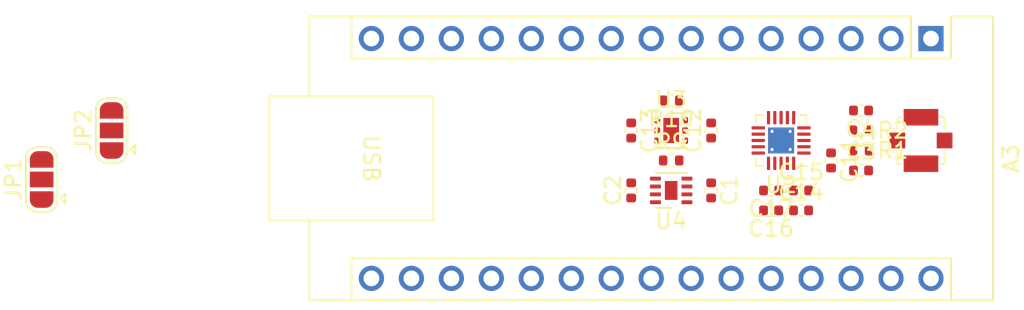
<source format=kicad_pcb>
(kicad_pcb (version 20221018) (generator pcbnew)
  (title_block (title "SparkfunMCP3x6x Breakout") (date "2023-10-10") (company "Stefan Herold") (comment 1 "https://github.com/nerdyscout/Arduino_MCP3x6x_Library/pcb/Sparkfun") (comment 2 "ProMicro") (comment 4 "CERN-OHL-S-2.0"))
  (layers (0 "F.Cu" signal) (31 "B.Cu" signal) (34 "B.Paste" user) (35 "F.Paste" user) (36 "B.SilkS" user "B.Silkscreen") (37 "F.SilkS" user "F.Silkscreen") (38 "B.Mask" user) (39 "F.Mask" user) (44 "Edge.Cuts" user))
  (net 0 "")
  (net 1 "VDD")
  (net 2 "+5V")
  (net 3 "GNDD")
  (net 4 "/MCLK")
  (net 5 "/IRQ")
  (net 6 "/SS")
  (net 7 "/MOSI")
  (net 8 "/MISO")
  (net 9 "/SCK")
  (net 10 "VDDA")
  (net 11 "GNDA")
  (net 18 "Net-(U2-CH0)")
  (net 25 "Net-(U2-VREF+)")
  (net 26 "Net-(U2-CH1)")
  (net 27 "Net-(J1-Pin_1)")
  (net 28 "Net-(J1-Pin_2)")
  (net 36 "Net-(A3-D8{slash}A8)")
  (net 37 "Net-(A3-D9{slash}A9)")
  (net 38 "Net-(A3-D5)")
  (net 39 "Net-(A3-D7)")
  (footprint "Resistor_SMD:R_0402_1005Metric" (layer "F.Cu") (at 145.415 93.345 180)
    (fp_text reference "R1" (at -2.03 0) (layer "F.SilkS"))
    (fp_text value "1k")
    (fp_line (start -0.153641 -0.38) (end 0.153641 -0.38) (stroke (width 0.12)) (layer "F.SilkS"))
    (fp_line (start -0.153641 0.38) (end 0.153641 0.38) (stroke (width 0.12)) (layer "F.SilkS"))
    (pad "1" smd roundrect (at -0.51 0 180) (size 0.54 0.64) (layers "F.Cu" "F.Paste" "F.Mask") (net 27 "Net-(J1-Pin_1)"))
    (pad "2" smd roundrect (at 0.51 0 180) (size 0.54 0.64) (layers "F.Cu" "F.Paste" "F.Mask") (net 18 "Net-(U2-CH0)"))
  )
  (footprint "Capacitor_SMD:C_0402_1005Metric" (layer "F.Cu") (at 135.89 95.885 -90)
    (fp_text reference "C1" (at 0 -1.16 90) (layer "F.SilkS"))
    (fp_text value "100n")
    (fp_line (start -0.107836 -0.36) (end 0.107836 -0.36) (stroke (width 0.12)) (layer "F.SilkS"))
    (fp_line (start -0.107836 0.36) (end 0.107836 0.36) (stroke (width 0.12)) (layer "F.SilkS"))
    (pad "1" smd roundrect (at -0.48 0 270) (size 0.56 0.62) (layers "F.Cu" "F.Paste" "F.Mask") (net 10 "VDDA"))
    (pad "2" smd roundrect (at 0.48 0 270) (size 0.56 0.62) (layers "F.Cu" "F.Paste" "F.Mask") (net 11 "GNDA"))
  )
  (footprint "Jumper:SolderJumper-3_P1.3mm_Open_RoundedPad1.0x1.5mm" (layer "F.Cu") (at 93.345 95.19 90)
    (fp_text reference "JP1" (at 0 -1.8 90) (layer "F.SilkS"))
    (fp_text value "SolderJumper_3_Open")
    (fp_line (start -2.05 0.3) (end -2.05 -0.3) (stroke (width 0.12)) (layer "F.SilkS"))
    (fp_line (start -1.5 1.5) (end -0.9 1.5) (stroke (width 0.12)) (layer "F.SilkS"))
    (fp_line (start -1.4 -1) (end 1.4 -1) (stroke (width 0.12)) (layer "F.SilkS"))
    (fp_line (start -1.2 1.2) (end -1.5 1.5) (stroke (width 0.12)) (layer "F.SilkS"))
    (fp_line (start -1.2 1.2) (end -0.9 1.5) (stroke (width 0.12)) (layer "F.SilkS"))
    (fp_line (start 1.4 1) (end -1.4 1) (stroke (width 0.12)) (layer "F.SilkS"))
    (fp_line (start 2.05 -0.3) (end 2.05 0.3) (stroke (width 0.12)) (layer "F.SilkS"))
    (fp_arc (start -2.05 -0.3) (mid -1.844975 -0.794975) (end -1.35 -1) (stroke (width 0.12)) (layer "F.SilkS"))
    (fp_arc (start -1.35 1) (mid -1.844975 0.794975) (end -2.05 0.3) (stroke (width 0.12)) (layer "F.SilkS"))
    (fp_arc (start 1.35 -1) (mid 1.844975 -0.794975) (end 2.05 -0.3) (stroke (width 0.12)) (layer "F.SilkS"))
    (fp_arc (start 2.05 0.3) (mid 1.844975 0.794975) (end 1.35 1) (stroke (width 0.12)) (layer "F.SilkS"))
    (pad "1" smd custom (at -1.3 0 90) (size 1 0.5) (layers "F.Cu" "F.Mask") (net 36 "Net-(A3-D8{slash}A8)") (options (clearance outline) (anchor rect)) (primitives (gr_circle (center 0 0.25) (end 0.5 0.25) (width 0) (fill yes)) (gr_circle (center 0 -0.25) (end 0.5 -0.25) (width 0) (fill yes)) (gr_poly (pts (xy 0.55 0.75) (xy 0 0.75) (xy 0 -0.75) (xy 0.55 -0.75)) (width 0) (fill yes))))
    (pad "2" smd rect (at 0 0 90) (size 1 1.5) (layers "F.Cu" "F.Mask") (net 4 "/MCLK"))
    (pad "3" smd custom (at 1.3 0 90) (size 1 0.5) (layers "F.Cu" "F.Mask") (net 37 "Net-(A3-D9{slash}A9)") (options (clearance outline) (anchor rect)) (primitives (gr_circle (center 0 0.25) (end 0.5 0.25) (width 0) (fill yes)) (gr_circle (center 0 -0.25) (end 0.5 -0.25) (width 0) (fill yes)) (gr_poly (pts (xy 0 0.75) (xy -0.55 0.75) (xy -0.55 -0.75) (xy 0 -0.75)) (width 0) (fill yes))))
  )
  (footprint "Connector_Coaxial:U.FL_Molex_MCRF_73412-0110_Vertical" (layer "F.Cu") (at 149.225 92.71 -90)
    (fp_text reference "J1" (at 0 3.5 90) (layer "F.SilkS"))
    (fp_text value "Conn_01x02")
    (fp_line (start -1.5 -1.5) (end -0.7 -1.5) (stroke (width 0.12)) (layer "F.SilkS"))
    (fp_line (start -1.5 -1.3) (end -1.5 -1.5) (stroke (width 0.12)) (layer "F.SilkS"))
    (fp_line (start -1.3 1.5) (end -1.5 1.3) (stroke (width 0.12)) (layer "F.SilkS"))
    (fp_line (start -0.7 1.5) (end -1.3 1.5) (stroke (width 0.12)) (layer "F.SilkS"))
    (fp_line (start -0.7 1.5) (end -0.7 2) (stroke (width 0.12)) (layer "F.SilkS"))
    (fp_line (start 0.7 -1.5) (end 1.5 -1.5) (stroke (width 0.12)) (layer "F.SilkS"))
    (fp_line (start 0.7 1.5) (end 0.7 2) (stroke (width 0.12)) (layer "F.SilkS"))
    (fp_line (start 1.5 -1.5) (end 1.5 -1.3) (stroke (width 0.12)) (layer "F.SilkS"))
    (fp_line (start 1.5 1.3) (end 1.5 1.5) (stroke (width 0.12)) (layer "F.SilkS"))
    (fp_line (start 1.5 1.5) (end 0.7 1.5) (stroke (width 0.12)) (layer "F.SilkS"))
    (pad "1" smd rect (at 0 1.5 270) (size 1 1) (layers "F.Cu" "F.Paste" "F.Mask") (net 27 "Net-(J1-Pin_1)"))
    (pad "2" smd rect (at -1.475 0 270) (size 1.05 2.2) (layers "F.Cu" "F.Paste" "F.Mask") (net 28 "Net-(J1-Pin_2)"))
    (pad "2" smd rect (at 0 -1.5 270) (size 1 1) (layers "F.Cu" "F.Paste" "F.Mask") (net 28 "Net-(J1-Pin_2)"))
    (pad "2" smd rect (at 1.475 0 270) (size 1.05 2.2) (layers "F.Cu" "F.Paste" "F.Mask") (net 28 "Net-(J1-Pin_2)"))
  )
  (footprint "Capacitor_SMD:C_0402_1005Metric" (layer "F.Cu") (at 145.415 94.615)
    (fp_text reference "C3" (at 0 -1.16) (layer "F.SilkS"))
    (fp_text value "10p")
    (fp_line (start -0.107836 -0.36) (end 0.107836 -0.36) (stroke (width 0.12)) (layer "F.SilkS"))
    (fp_line (start -0.107836 0.36) (end 0.107836 0.36) (stroke (width 0.12)) (layer "F.SilkS"))
    (pad "1" smd roundrect (at -0.48 0) (size 0.56 0.62) (layers "F.Cu" "F.Paste" "F.Mask") (net 18 "Net-(U2-CH0)"))
    (pad "2" smd roundrect (at 0.48 0) (size 0.56 0.62) (layers "F.Cu" "F.Paste" "F.Mask") (net 11 "GNDA"))
  )
  (footprint "Capacitor_SMD:C_0402_1005Metric" (layer "F.Cu") (at 141.605 95.885)
    (fp_text reference "C15" (at 0 -1.16) (layer "F.SilkS"))
    (fp_text value "1n")
    (fp_line (start -0.107836 -0.36) (end 0.107836 -0.36) (stroke (width 0.12)) (layer "F.SilkS"))
    (fp_line (start -0.107836 0.36) (end 0.107836 0.36) (stroke (width 0.12)) (layer "F.SilkS"))
    (pad "1" smd roundrect (at -0.48 0) (size 0.56 0.62) (layers "F.Cu" "F.Paste" "F.Mask") (net 10 "VDDA"))
    (pad "2" smd roundrect (at 0.48 0) (size 0.56 0.62) (layers "F.Cu" "F.Paste" "F.Mask") (net 11 "GNDA"))
  )
  (footprint "Resistor_SMD:R_0402_1005Metric" (layer "F.Cu") (at 133.35 93.98)
    (fp_text reference "R9" (at 0 -1.17) (layer "F.SilkS"))
    (fp_text value "0")
    (fp_line (start -0.153641 -0.38) (end 0.153641 -0.38) (stroke (width 0.12)) (layer "F.SilkS"))
    (fp_line (start -0.153641 0.38) (end 0.153641 0.38) (stroke (width 0.12)) (layer "F.SilkS"))
    (pad "1" smd roundrect (at -0.51 0) (size 0.54 0.64) (layers "F.Cu" "F.Paste" "F.Mask") (net 3 "GNDD"))
    (pad "2" smd roundrect (at 0.51 0) (size 0.54 0.64) (layers "F.Cu" "F.Paste" "F.Mask") (net 11 "GNDA"))
  )
  (footprint "Capacitor_SMD:C_0402_1005Metric" (layer "F.Cu") (at 141.605 97.155)
    (fp_text reference "C14" (at 0 -1.16) (layer "F.SilkS"))
    (fp_text value "100n")
    (fp_line (start -0.107836 -0.36) (end 0.107836 -0.36) (stroke (width 0.12)) (layer "F.SilkS"))
    (fp_line (start -0.107836 0.36) (end 0.107836 0.36) (stroke (width 0.12)) (layer "F.SilkS"))
    (pad "1" smd roundrect (at -0.48 0) (size 0.56 0.62) (layers "F.Cu" "F.Paste" "F.Mask") (net 10 "VDDA"))
    (pad "2" smd roundrect (at 0.48 0) (size 0.56 0.62) (layers "F.Cu" "F.Paste" "F.Mask") (net 11 "GNDA"))
  )
  (footprint "Package_DFN_QFN:WDFN-8-1EP_2x2mm_P0.5mm_EP0.8x1.2mm" (layer "F.Cu") (at 133.35 95.885 180)
    (fp_text reference "U4" (at 0 -1.95) (layer "F.SilkS"))
    (fp_text value "MCP1501-33xRW")
    (fp_line (start -1 1.11) (end 1 1.11) (stroke (width 0.12)) (layer "F.SilkS"))
    (fp_line (start 0 -1.11) (end 1 -1.11) (stroke (width 0.12)) (layer "F.SilkS"))
    (pad "1" smd roundrect (at -1 -0.75 180) (size 0.7 0.25) (layers "F.Cu" "F.Paste" "F.Mask") (net 10 "VDDA"))
    (pad "2" smd roundrect (at -1 -0.25 180) (size 0.7 0.25) (layers "F.Cu" "F.Paste" "F.Mask") (net 11 "GNDA"))
    (pad "3" smd roundrect (at -1 0.25 180) (size 0.7 0.25) (layers "F.Cu" "F.Paste" "F.Mask") (net 10 "VDDA"))
    (pad "4" smd roundrect (at -1 0.75 180) (size 0.7 0.25) (layers "F.Cu" "F.Paste" "F.Mask") (net 11 "GNDA"))
    (pad "5" smd roundrect (at 1 0.75 180) (size 0.7 0.25) (layers "F.Cu" "F.Paste" "F.Mask") (net 11 "GNDA"))
    (pad "6" smd roundrect (at 1 0.25 180) (size 0.7 0.25) (layers "F.Cu" "F.Paste" "F.Mask") (net 11 "GNDA"))
    (pad "7" smd roundrect (at 1 -0.25 180) (size 0.7 0.25) (layers "F.Cu" "F.Paste" "F.Mask") (net 25 "Net-(U2-VREF+)"))
    (pad "8" smd roundrect (at 1 -0.75 180) (size 0.7 0.25) (layers "F.Cu" "F.Paste" "F.Mask") (net 25 "Net-(U2-VREF+)"))
    (pad "9" smd rect (at 0 0 180) (size 0.8 1.2) (layers "F.Cu" "F.Mask"))
  )
  (footprint "Resistor_SMD:R_0402_1005Metric" (layer "F.Cu") (at 145.415 92.075 180)
    (fp_text reference "R2" (at -2.03 0) (layer "F.SilkS"))
    (fp_text value "1k")
    (fp_line (start -0.153641 -0.38) (end 0.153641 -0.38) (stroke (width 0.12)) (layer "F.SilkS"))
    (fp_line (start -0.153641 0.38) (end 0.153641 0.38) (stroke (width 0.12)) (layer "F.SilkS"))
    (pad "1" smd roundrect (at -0.51 0 180) (size 0.54 0.64) (layers "F.Cu" "F.Paste" "F.Mask") (net 28 "Net-(J1-Pin_2)"))
    (pad "2" smd roundrect (at 0.51 0 180) (size 0.54 0.64) (layers "F.Cu" "F.Paste" "F.Mask") (net 26 "Net-(U2-CH1)"))
  )
  (footprint "Resistor_SMD:R_0402_1005Metric" (layer "F.Cu") (at 133.35 90.17 180)
    (fp_text reference "R10" (at 0 -1.17) (layer "F.SilkS"))
    (fp_text value "DNP")
    (fp_line (start -0.153641 -0.38) (end 0.153641 -0.38) (stroke (width 0.12)) (layer "F.SilkS"))
    (fp_line (start -0.153641 0.38) (end 0.153641 0.38) (stroke (width 0.12)) (layer "F.SilkS"))
    (pad "1" smd roundrect (at -0.51 0 180) (size 0.54 0.64) (layers "F.Cu" "F.Paste" "F.Mask") (net 2 "+5V"))
    (pad "2" smd roundrect (at 0.51 0 180) (size 0.54 0.64) (layers "F.Cu" "F.Paste" "F.Mask") (net 10 "VDDA"))
  )
  (footprint "Capacitor_SMD:C_0402_1005Metric" (layer "F.Cu") (at 130.81 95.885 90)
    (fp_text reference "C2" (at 0 -1.16 90) (layer "F.SilkS"))
    (fp_text value "100n")
    (fp_line (start -0.107836 -0.36) (end 0.107836 -0.36) (stroke (width 0.12)) (layer "F.SilkS"))
    (fp_line (start -0.107836 0.36) (end 0.107836 0.36) (stroke (width 0.12)) (layer "F.SilkS"))
    (pad "1" smd roundrect (at -0.48 0 90) (size 0.56 0.62) (layers "F.Cu" "F.Paste" "F.Mask") (net 25 "Net-(U2-VREF+)"))
    (pad "2" smd roundrect (at 0.48 0 90) (size 0.56 0.62) (layers "F.Cu" "F.Paste" "F.Mask") (net 11 "GNDA"))
  )
  (footprint "Capacitor_SMD:C_0402_1005Metric" (layer "F.Cu") (at 139.7 95.885 180)
    (fp_text reference "C17" (at 0 -1.16 180) (layer "F.SilkS"))
    (fp_text value "1n")
    (fp_line (start -0.107836 -0.36) (end 0.107836 -0.36) (stroke (width 0.12)) (layer "F.SilkS"))
    (fp_line (start -0.107836 0.36) (end 0.107836 0.36) (stroke (width 0.12)) (layer "F.SilkS"))
    (pad "1" smd roundrect (at -0.48 0 180) (size 0.56 0.62) (layers "F.Cu" "F.Paste" "F.Mask") (net 1 "VDD"))
    (pad "2" smd roundrect (at 0.48 0 180) (size 0.56 0.62) (layers "F.Cu" "F.Paste" "F.Mask") (net 3 "GNDD"))
  )
  (footprint "Capacitor_SMD:C_0402_1005Metric" (layer "F.Cu") (at 139.7 97.155 180)
    (fp_text reference "C16" (at 0 -1.16 180) (layer "F.SilkS"))
    (fp_text value "100n")
    (fp_line (start -0.107836 -0.36) (end 0.107836 -0.36) (stroke (width 0.12)) (layer "F.SilkS"))
    (fp_line (start -0.107836 0.36) (end 0.107836 0.36) (stroke (width 0.12)) (layer "F.SilkS"))
    (pad "1" smd roundrect (at -0.48 0 180) (size 0.56 0.62) (layers "F.Cu" "F.Paste" "F.Mask") (net 1 "VDD"))
    (pad "2" smd roundrect (at 0.48 0 180) (size 0.56 0.62) (layers "F.Cu" "F.Paste" "F.Mask") (net 3 "GNDD"))
  )
  (footprint "Capacitor_SMD:C_0402_1005Metric" (layer "F.Cu") (at 145.415 90.805 180)
    (fp_text reference "C4" (at 0 -1.16) (layer "F.SilkS"))
    (fp_text value "10p")
    (fp_line (start -0.107836 -0.36) (end 0.107836 -0.36) (stroke (width 0.12)) (layer "F.SilkS"))
    (fp_line (start -0.107836 0.36) (end 0.107836 0.36) (stroke (width 0.12)) (layer "F.SilkS"))
    (pad "1" smd roundrect (at -0.48 0 180) (size 0.56 0.62) (layers "F.Cu" "F.Paste" "F.Mask") (net 11 "GNDA"))
    (pad "2" smd roundrect (at 0.48 0 180) (size 0.56 0.62) (layers "F.Cu" "F.Paste" "F.Mask") (net 26 "Net-(U2-CH1)"))
  )
  (footprint "Package_DFN_QFN:QFN-20-1EP_3x3mm_P0.4mm_EP1.65x1.65mm_ThermalVias" (layer "F.Cu") (at 140.335 92.71 180)
    (fp_text reference "U2" (at 0 -2.82) (layer "F.SilkS"))
    (fp_text value "MCP3x61/NC")
    (fp_line (start -1.61 1.61) (end -1.61 1.16) (stroke (width 0.12)) (layer "F.SilkS"))
    (fp_line (start -1.16 -1.61) (end -1.61 -1.61) (stroke (width 0.12)) (layer "F.SilkS"))
    (fp_line (start -1.16 1.61) (end -1.61 1.61) (stroke (width 0.12)) (layer "F.SilkS"))
    (fp_line (start 1.16 -1.61) (end 1.61 -1.61) (stroke (width 0.12)) (layer "F.SilkS"))
    (fp_line (start 1.16 1.61) (end 1.61 1.61) (stroke (width 0.12)) (layer "F.SilkS"))
    (fp_line (start 1.61 -1.61) (end 1.61 -1.16) (stroke (width 0.12)) (layer "F.SilkS"))
    (fp_line (start 1.61 1.61) (end 1.61 1.16) (stroke (width 0.12)) (layer "F.SilkS"))
    (pad "1" smd roundrect (at -1.45 -0.8 180) (size 0.85 0.2) (layers "F.Cu" "F.Paste" "F.Mask") (net 11 "GNDA"))
    (pad "2" smd roundrect (at -1.45 -0.4 180) (size 0.85 0.2) (layers "F.Cu" "F.Paste" "F.Mask") (net 25 "Net-(U2-VREF+)"))
    (pad "3" smd roundrect (at -1.45 0 180) (size 0.85 0.2) (layers "F.Cu" "F.Paste" "F.Mask") (net 18 "Net-(U2-CH0)"))
    (pad "4" smd roundrect (at -1.45 0.4 180) (size 0.85 0.2) (layers "F.Cu" "F.Paste" "F.Mask") (net 26 "Net-(U2-CH1)"))
    (pad "5" smd roundrect (at -1.45 0.8 180) (size 0.85 0.2) (layers "F.Cu" "F.Paste" "F.Mask"))
    (pad "6" smd roundrect (at -0.8 1.45 180) (size 0.2 0.85) (layers "F.Cu" "F.Paste" "F.Mask"))
    (pad "7" smd roundrect (at -0.4 1.45 180) (size 0.2 0.85) (layers "F.Cu" "F.Paste" "F.Mask"))
    (pad "8" smd roundrect (at 0 1.45 180) (size 0.2 0.85) (layers "F.Cu" "F.Paste" "F.Mask"))
    (pad "9" smd roundrect (at 0.4 1.45 180) (size 0.2 0.85) (layers "F.Cu" "F.Paste" "F.Mask"))
    (pad "10" smd roundrect (at 0.8 1.45 180) (size 0.2 0.85) (layers "F.Cu" "F.Paste" "F.Mask"))
    (pad "11" smd roundrect (at 1.45 0.8 180) (size 0.85 0.2) (layers "F.Cu" "F.Paste" "F.Mask") (net 6 "/SS"))
    (pad "12" smd roundrect (at 1.45 0.4 180) (size 0.85 0.2) (layers "F.Cu" "F.Paste" "F.Mask") (net 9 "/SCK"))
    (pad "13" smd roundrect (at 1.45 0 180) (size 0.85 0.2) (layers "F.Cu" "F.Paste" "F.Mask") (net 7 "/MOSI"))
    (pad "14" smd roundrect (at 1.45 -0.4 180) (size 0.85 0.2) (layers "F.Cu" "F.Paste" "F.Mask") (net 8 "/MISO"))
    (pad "15" smd roundrect (at 1.45 -0.8 180) (size 0.85 0.2) (layers "F.Cu" "F.Paste" "F.Mask") (net 5 "/IRQ"))
    (pad "16" smd roundrect (at 0.8 -1.45 180) (size 0.2 0.85) (layers "F.Cu" "F.Paste" "F.Mask") (net 4 "/MCLK"))
    (pad "17" smd roundrect (at 0.4 -1.45 180) (size 0.2 0.85) (layers "F.Cu" "F.Paste" "F.Mask") (net 3 "GNDD"))
    (pad "18" smd roundrect (at 0 -1.45 180) (size 0.2 0.85) (layers "F.Cu" "F.Paste" "F.Mask") (net 1 "VDD"))
    (pad "19" smd roundrect (at -0.4 -1.45 180) (size 0.2 0.85) (layers "F.Cu" "F.Paste" "F.Mask") (net 10 "VDDA"))
    (pad "20" smd roundrect (at -0.8 -1.45 180) (size 0.2 0.85) (layers "F.Cu" "F.Paste" "F.Mask") (net 11 "GNDA"))
    (pad "21" thru_hole circle (at -0.575 -0.575 180) (size 0.5 0.5) (drill 0.2) (layers "*.Cu"))
    (pad "21" thru_hole circle (at -0.575 0.575 180) (size 0.5 0.5) (drill 0.2) (layers "*.Cu"))
    (pad "21" smd rect (at 0 0 180) (size 1.65 1.65) (layers "F.Cu" "F.Mask"))
    (pad "21" smd rect (at 0 0 180) (size 1.65 1.65) (layers "B.Cu"))
    (pad "21" thru_hole circle (at 0.575 -0.575 180) (size 0.5 0.5) (drill 0.2) (layers "*.Cu"))
    (pad "21" thru_hole circle (at 0.575 0.575 180) (size 0.5 0.5) (drill 0.2) (layers "*.Cu"))
  )
  (footprint "Capacitor_SMD:C_0402_1005Metric" (layer "F.Cu") (at 143.51 93.98 -90)
    (fp_text reference "C11" (at 0 -1.16 90) (layer "F.SilkS"))
    (fp_text value "1n")
    (fp_line (start -0.107836 -0.36) (end 0.107836 -0.36) (stroke (width 0.12)) (layer "F.SilkS"))
    (fp_line (start -0.107836 0.36) (end 0.107836 0.36) (stroke (width 0.12)) (layer "F.SilkS"))
    (pad "1" smd roundrect (at -0.48 0 270) (size 0.56 0.62) (layers "F.Cu" "F.Paste" "F.Mask") (net 25 "Net-(U2-VREF+)"))
    (pad "2" smd roundrect (at 0.48 0 270) (size 0.56 0.62) (layers "F.Cu" "F.Paste" "F.Mask") (net 11 "GNDA"))
  )
  (footprint "Module:Arduino_Nano" (layer "F.Cu") (at 149.86 86.233 -90)
    (fp_text reference "A3" (at 7.62 -5.08 90) (layer "F.SilkS"))
    (fp_text value "Sparkfun_Pro_Micro")
    (fp_text user "USB" (at 7.62 35.56 -90 unlocked) (layer "F.SilkS"))
    (fp_line (start -1.4 -3.94) (end -1.4 -1.27) (stroke (width 0.12)) (layer "F.SilkS"))
    (fp_line (start -1.4 1.27) (end -1.4 39.5) (stroke (width 0.12)) (layer "F.SilkS"))
    (fp_line (start -1.4 39.5) (end 3.68 39.5) (stroke (width 0.12)) (layer "F.SilkS"))
    (fp_line (start 1.27 -1.27) (end -1.4 -1.27) (stroke (width 0.12)) (layer "F.SilkS"))
    (fp_line (start 1.27 1.27) (end -1.4 1.27) (stroke (width 0.12)) (layer "F.SilkS"))
    (fp_line (start 1.27 1.27) (end 1.27 -1.27) (stroke (width 0.12)) (layer "F.SilkS"))
    (fp_line (start 1.27 1.27) (end 1.27 36.83) (stroke (width 0.12)) (layer "F.SilkS"))
    (fp_line (start 1.27 36.83) (end -1.4 36.83) (stroke (width 0.12)) (layer "F.SilkS"))
    (fp_line (start 3.68 31.62) (end 11.56 31.62) (stroke (width 0.12)) (layer "F.SilkS"))
    (fp_line (start 3.68 42.04) (end 3.68 31.62) (stroke (width 0.12)) (layer "F.SilkS"))
    (fp_line (start 11.56 31.62) (end 11.56 42.04) (stroke (width 0.12)) (layer "F.SilkS"))
    (fp_line (start 11.56 42.04) (end 3.68 42.04) (stroke (width 0.12)) (layer "F.SilkS"))
    (fp_line (start 13.97 -1.27) (end 13.97 36.83) (stroke (width 0.12)) (layer "F.SilkS"))
    (fp_line (start 13.97 -1.27) (end 16.64 -1.27) (stroke (width 0.12)) (layer "F.SilkS"))
    (fp_line (start 13.97 36.83) (end 16.64 36.83) (stroke (width 0.12)) (layer "F.SilkS"))
    (fp_line (start 16.64 -3.94) (end -1.4 -3.94) (stroke (width 0.12)) (layer "F.SilkS"))
    (fp_line (start 16.64 39.5) (end 11.56 39.5) (stroke (width 0.12)) (layer "F.SilkS"))
    (fp_line (start 16.64 39.5) (end 16.64 -3.94) (stroke (width 0.12)) (layer "F.SilkS"))
    (pad "1" thru_hole rect (at 0 0 270) (size 1.6 1.6) (drill 1) (layers "*.Cu" "*.Mask"))
    (pad "2" thru_hole oval (at 0 2.54 270) (size 1.6 1.6) (drill 1) (layers "*.Cu" "*.Mask"))
    (pad "3" thru_hole oval (at 0 5.08 270) (size 1.6 1.6) (drill 1) (layers "*.Cu" "*.Mask") (net 3 "GNDD"))
    (pad "4" thru_hole oval (at 0 7.62 270) (size 1.6 1.6) (drill 1) (layers "*.Cu" "*.Mask") (net 3 "GNDD"))
    (pad "5" thru_hole oval (at 0 10.16 270) (size 1.6 1.6) (drill 1) (layers "*.Cu" "*.Mask"))
    (pad "6" thru_hole oval (at 0 12.7 270) (size 1.6 1.6) (drill 1) (layers "*.Cu" "*.Mask"))
    (pad "7" thru_hole oval (at 0 15.24 270) (size 1.6 1.6) (drill 1) (layers "*.Cu" "*.Mask"))
    (pad "8" thru_hole oval (at 0 17.78 270) (size 1.6 1.6) (drill 1) (layers "*.Cu" "*.Mask") (net 38 "Net-(A3-D5)"))
    (pad "9" thru_hole oval (at 0 20.32 270) (size 1.6 1.6) (drill 1) (layers "*.Cu" "*.Mask") (net 6 "/SS"))
    (pad "10" thru_hole oval (at 0 22.86 270) (size 1.6 1.6) (drill 1) (layers "*.Cu" "*.Mask") (net 39 "Net-(A3-D7)"))
    (pad "11" thru_hole oval (at 0 25.4 270) (size 1.6 1.6) (drill 1) (layers "*.Cu" "*.Mask") (net 36 "Net-(A3-D8{slash}A8)"))
    (pad "12" thru_hole oval (at 0 27.94 270) (size 1.6 1.6) (drill 1) (layers "*.Cu" "*.Mask") (net 37 "Net-(A3-D9{slash}A9)"))
    (pad "13" thru_hole oval (at 0 30.48 270) (size 1.6 1.6) (drill 1) (layers "*.Cu" "*.Mask"))
    (pad "14" thru_hole oval (at 0 33.02 270) (size 1.6 1.6) (drill 1) (layers "*.Cu" "*.Mask") (net 7 "/MOSI"))
    (pad "15" thru_hole oval (at 0 35.56 270) (size 1.6 1.6) (drill 1) (layers "*.Cu" "*.Mask") (net 8 "/MISO"))
    (pad "16" thru_hole oval (at 15.24 35.56 270) (size 1.6 1.6) (drill 1) (layers "*.Cu" "*.Mask") (net 9 "/SCK"))
    (pad "17" thru_hole oval (at 15.24 33.02 270) (size 1.6 1.6) (drill 1) (layers "*.Cu" "*.Mask"))
    (pad "18" thru_hole oval (at 15.24 30.48 270) (size 1.6 1.6) (drill 1) (layers "*.Cu" "*.Mask"))
    (pad "19" thru_hole oval (at 15.24 27.94 270) (size 1.6 1.6) (drill 1) (layers "*.Cu" "*.Mask"))
    (pad "20" thru_hole oval (at 15.24 25.4 270) (size 1.6 1.6) (drill 1) (layers "*.Cu" "*.Mask"))
    (pad "21" thru_hole oval (at 15.24 22.86 270) (size 1.6 1.6) (drill 1) (layers "*.Cu" "*.Mask") (net 2 "+5V"))
    (pad "22" thru_hole oval (at 15.24 20.32 270) (size 1.6 1.6) (drill 1) (layers "*.Cu" "*.Mask"))
    (pad "23" thru_hole oval (at 15.24 17.78 270) (size 1.6 1.6) (drill 1) (layers "*.Cu" "*.Mask") (net 3 "GNDD"))
    (pad "24" thru_hole oval (at 15.24 15.24 270) (size 1.6 1.6) (drill 1) (layers "*.Cu" "*.Mask"))
    (pad "25" thru_hole oval (at 15.24 12.7 270) (size 1.6 1.6) (drill 1) (layers "*.Cu" "*.Mask"))
    (pad "26" thru_hole oval (at 15.24 10.16 270) (size 1.6 1.6) (drill 1) (layers "*.Cu" "*.Mask"))
    (pad "27" thru_hole oval (at 15.24 7.62 270) (size 1.6 1.6) (drill 1) (layers "*.Cu" "*.Mask"))
    (pad "28" thru_hole oval (at 15.24 5.08 270) (size 1.6 1.6) (drill 1) (layers "*.Cu" "*.Mask"))
    (pad "29" thru_hole oval (at 15.24 2.54 270) (size 1.6 1.6) (drill 1) (layers "*.Cu" "*.Mask"))
    (pad "30" thru_hole oval (at 15.24 0 270) (size 1.6 1.6) (drill 1) (layers "*.Cu" "*.Mask"))
  )
  (footprint "Jumper:SolderJumper-3_P1.3mm_Open_RoundedPad1.0x1.5mm" (layer "F.Cu") (at 97.79 92.075 90)
    (fp_text reference "JP2" (at 0 -1.8 90) (layer "F.SilkS"))
    (fp_text value "SolderJumper_3_Open")
    (fp_line (start -2.05 0.3) (end -2.05 -0.3) (stroke (width 0.12)) (layer "F.SilkS"))
    (fp_line (start -1.5 1.5) (end -0.9 1.5) (stroke (width 0.12)) (layer "F.SilkS"))
    (fp_line (start -1.4 -1) (end 1.4 -1) (stroke (width 0.12)) (layer "F.SilkS"))
    (fp_line (start -1.2 1.2) (end -1.5 1.5) (stroke (width 0.12)) (layer "F.SilkS"))
    (fp_line (start -1.2 1.2) (end -0.9 1.5) (stroke (width 0.12)) (layer "F.SilkS"))
    (fp_line (start 1.4 1) (end -1.4 1) (stroke (width 0.12)) (layer "F.SilkS"))
    (fp_line (start 2.05 -0.3) (end 2.05 0.3) (stroke (width 0.12)) (layer "F.SilkS"))
    (fp_arc (start -2.05 -0.3) (mid -1.844975 -0.794975) (end -1.35 -1) (stroke (width 0.12)) (layer "F.SilkS"))
    (fp_arc (start -1.35 1) (mid -1.844975 0.794975) (end -2.05 0.3) (stroke (width 0.12)) (layer "F.SilkS"))
    (fp_arc (start 1.35 -1) (mid 1.844975 -0.794975) (end 2.05 -0.3) (stroke (width 0.12)) (layer "F.SilkS"))
    (fp_arc (start 2.05 0.3) (mid 1.844975 0.794975) (end 1.35 1) (stroke (width 0.12)) (layer "F.SilkS"))
    (pad "1" smd custom (at -1.3 0 90) (size 1 0.5) (layers "F.Cu" "F.Mask") (net 38 "Net-(A3-D5)") (options (clearance outline) (anchor rect)) (primitives (gr_circle (center 0 0.25) (end 0.5 0.25) (width 0) (fill yes)) (gr_circle (center 0 -0.25) (end 0.5 -0.25) (width 0) (fill yes)) (gr_poly (pts (xy 0.55 0.75) (xy 0 0.75) (xy 0 -0.75) (xy 0.55 -0.75)) (width 0) (fill yes))))
    (pad "2" smd rect (at 0 0 90) (size 1 1.5) (layers "F.Cu" "F.Mask") (net 5 "/IRQ"))
    (pad "3" smd custom (at 1.3 0 90) (size 1 0.5) (layers "F.Cu" "F.Mask") (net 39 "Net-(A3-D7)") (options (clearance outline) (anchor rect)) (primitives (gr_circle (center 0 0.25) (end 0.5 0.25) (width 0) (fill yes)) (gr_circle (center 0 -0.25) (end 0.5 -0.25) (width 0) (fill yes)) (gr_poly (pts (xy 0 0.75) (xy -0.55 0.75) (xy -0.55 -0.75) (xy 0 -0.75)) (width 0) (fill yes))))
  )
  (footprint "Capacitor_SMD:C_0402_1005Metric" (layer "F.Cu") (at 135.89 92.075 90)
    (fp_text reference "C12" (at 0 -1.16 90) (layer "F.SilkS"))
    (fp_text value "100n")
    (fp_line (start -0.107836 -0.36) (end 0.107836 -0.36) (stroke (width 0.12)) (layer "F.SilkS"))
    (fp_line (start -0.107836 0.36) (end 0.107836 0.36) (stroke (width 0.12)) (layer "F.SilkS"))
    (pad "1" smd roundrect (at -0.48 0 90) (size 0.56 0.62) (layers "F.Cu" "F.Paste" "F.Mask") (net 2 "+5V"))
    (pad "2" smd roundrect (at 0.48 0 90) (size 0.56 0.62) (layers "F.Cu" "F.Paste" "F.Mask") (net 3 "GNDD"))
  )
  (footprint "Capacitor_SMD:C_0402_1005Metric" (layer "F.Cu") (at 130.81 92.075 -90)
    (fp_text reference "C13" (at 0 -1.16 -90) (layer "F.SilkS"))
    (fp_text value "100n")
    (fp_line (start -0.107836 -0.36) (end 0.107836 -0.36) (stroke (width 0.12)) (layer "F.SilkS"))
    (fp_line (start -0.107836 0.36) (end 0.107836 0.36) (stroke (width 0.12)) (layer "F.SilkS"))
    (pad "1" smd roundrect (at -0.48 0 270) (size 0.56 0.62) (layers "F.Cu" "F.Paste" "F.Mask") (net 10 "VDDA"))
    (pad "2" smd roundrect (at 0.48 0 270) (size 0.56 0.62) (layers "F.Cu" "F.Paste" "F.Mask") (net 11 "GNDA"))
  )
  (footprint "Package_SON:WSON-6-1EP_2x2mm_P0.65mm_EP1x1.6mm" (layer "F.Cu") (at 133.35 92.075)
    (fp_text reference "U3" (at 0 -1.95) (layer "F.SilkS"))
    (fp_text value "TLV75533PDRV")
    (fp_line (start -1 1.11) (end 1 1.11) (stroke (width 0.12)) (layer "F.SilkS"))
    (fp_line (start 0 -1.11) (end 1 -1.11) (stroke (width 0.12)) (layer "F.SilkS"))
    (pad "1" smd roundrect (at -0.8875 -0.65) (size 0.375 0.4) (layers "F.Cu" "F.Paste" "F.Mask") (net 10 "VDDA"))
    (pad "2" smd roundrect (at -0.8875 0) (size 0.375 0.4) (layers "F.Cu" "F.Paste" "F.Mask"))
    (pad "3" smd roundrect (at -0.8875 0.65) (size 0.375 0.4) (layers "F.Cu" "F.Paste" "F.Mask") (net 3 "GNDD"))
    (pad "4" smd roundrect (at 0.8875 0.65) (size 0.375 0.4) (layers "F.Cu" "F.Paste" "F.Mask") (net 2 "+5V"))
    (pad "5" smd roundrect (at 0.8875 0) (size 0.375 0.4) (layers "F.Cu" "F.Paste" "F.Mask"))
    (pad "6" smd roundrect (at 0.8875 -0.65) (size 0.375 0.4) (layers "F.Cu" "F.Paste" "F.Mask") (net 2 "+5V"))
    (pad "7" smd rect (at 0 0) (size 1 1.6) (layers "F.Cu" "F.Mask") (net 3 "GNDD"))
  )
)
</source>
